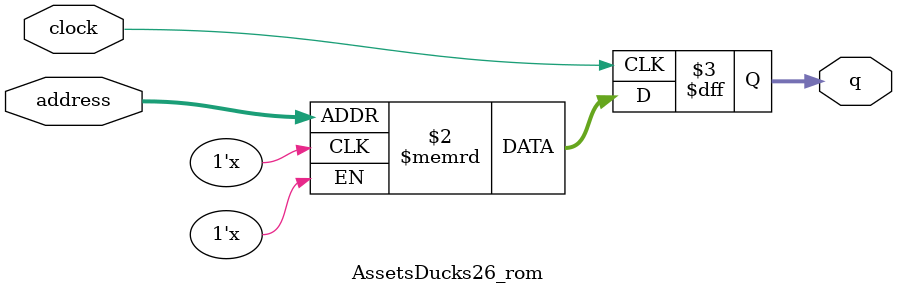
<source format=sv>
module AssetsDucks26_rom (
	input logic clock,
	input logic [12:0] address,
	output logic [3:0] q
);

logic [3:0] memory [0:4351] /* synthesis ram_init_file = "./AssetsDucks26/AssetsDucks26.mif" */;

always_ff @ (posedge clock) begin
	q <= memory[address];
end

endmodule

</source>
